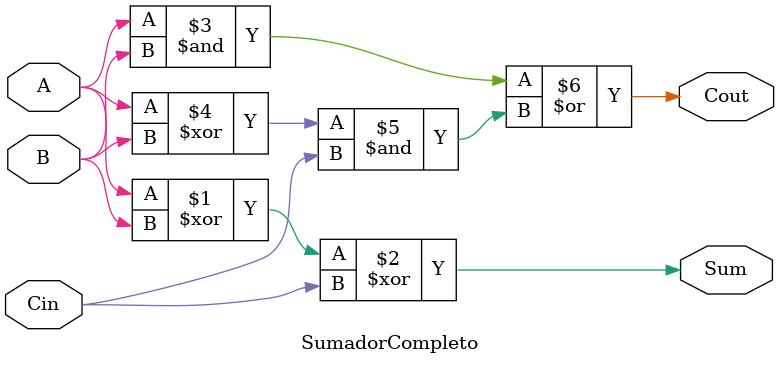
<source format=sv>
module SumadorCompleto (
    input logic A, B, Cin, 
    output logic Sum,      
    output logic Cout       
);

    assign Sum = (A ^ B) ^ Cin;
	 assign Cout = (A & B) | ((A ^ B) & Cin);

endmodule
</source>
